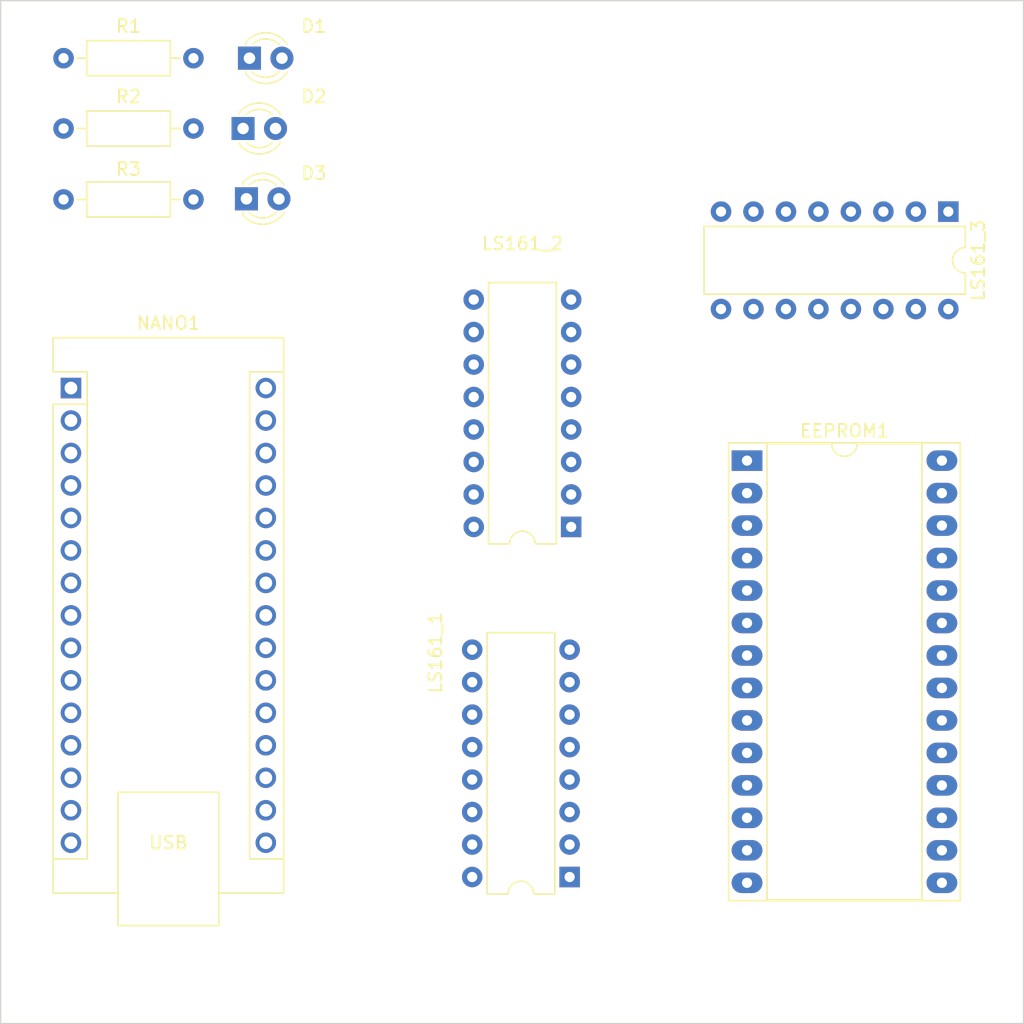
<source format=kicad_pcb>
(kicad_pcb (version 20240108) (generator "pcbnew") (generator_version "8.0")
  (layers (0 "F.Cu" signal) (31 "B.Cu" signal) (34 "B.Paste" user) (35 "F.Paste" user) (36 "B.SilkS" user "B.Silkscreen") (37 "F.SilkS" user "F.Silkscreen") (38 "B.Mask" user) (39 "F.Mask" user) (44 "Edge.Cuts" user))
  (net 0 "")
  (net 1 "VCC")
  (net 2 "Net-(D1-K)")
  (net 3 "Net-(D2-K)")
  (net 4 "Net-(D2-A)")
  (net 5 "Net-(D3-K)")
  (net 6 "Net-(D3-A)")
  (net 7 "Net-(EEPROM1-A12)")
  (net 8 "/D6")
  (net 9 "/D1")
  (net 10 "/D4")
  (net 11 "Net-(EEPROM1-A11)")
  (net 12 "/D0")
  (net 13 "/D5")
  (net 14 "/D3")
  (net 15 "/D2")
  (net 16 "Net-(EEPROM1-A6)")
  (net 17 "Net-(EEPROM1-~{WE})")
  (net 18 "Net-(EEPROM1-A1)")
  (net 19 "Net-(EEPROM1-A8)")
  (net 20 "GND")
  (net 21 "Net-(EEPROM1-A9)")
  (net 22 "Net-(EEPROM1-A2)")
  (net 23 "Net-(EEPROM1-~{CS})")
  (net 24 "Net-(EEPROM1-A3)")
  (net 25 "Net-(EEPROM1-A4)")
  (net 26 "Net-(EEPROM1-A0)")
  (net 27 "Net-(EEPROM1-A10)")
  (net 28 "/D7")
  (net 29 "Net-(EEPROM1-A5)")
  (net 30 "Net-(EEPROM1-~{OE})")
  (net 31 "Net-(EEPROM1-A7)")
  (net 32 "Net-(LS161_1-~{MR})")
  (net 33 "Net-(LS161_1-TC)")
  (net 34 "Net-(LS161_1-CP)")
  (net 35 "Net-(LS161_2-TC)")
  (footprint "Resistor_THT:R_Axial_DIN0207_L6.3mm_D2.5mm_P10.16mm_Horizontal" (layer "F.Cu") (at 112.42 51.55)
    (property "Reference" "R3" (at 5.08 -2.37 0) (layer "F.SilkS"))
    (property "Value" "330")
    (fp_line (start 1.04 0) (end 1.81 0) (stroke (width 0.12)) (layer "F.SilkS"))
    (fp_line (start 1.81 -1.37) (end 1.81 1.37) (stroke (width 0.12)) (layer "F.SilkS"))
    (fp_line (start 1.81 1.37) (end 8.35 1.37) (stroke (width 0.12)) (layer "F.SilkS"))
    (fp_line (start 8.35 -1.37) (end 1.81 -1.37) (stroke (width 0.12)) (layer "F.SilkS"))
    (fp_line (start 8.35 1.37) (end 8.35 -1.37) (stroke (width 0.12)) (layer "F.SilkS"))
    (fp_line (start 9.12 0) (end 8.35 0) (stroke (width 0.12)) (layer "F.SilkS"))
    (pad "1" thru_hole circle (at 0 0) (size 1.6 1.6) (drill 0.8) (layers "*.Cu" "*.Mask") (net 20 "GND"))
    (pad "2" thru_hole oval (at 10.16 0) (size 1.6 1.6) (drill 0.8) (layers "*.Cu" "*.Mask") (net 5 "Net-(D3-K)"))
  )
  (footprint "Resistor_THT:R_Axial_DIN0207_L6.3mm_D2.5mm_P10.16mm_Horizontal" (layer "F.Cu") (at 112.42 40.5)
    (property "Reference" "R1" (at 5.08 -2.5 0) (layer "F.SilkS"))
    (property "Value" "180")
    (fp_line (start 1.04 0) (end 1.81 0) (stroke (width 0.12)) (layer "F.SilkS"))
    (fp_line (start 1.81 -1.37) (end 1.81 1.37) (stroke (width 0.12)) (layer "F.SilkS"))
    (fp_line (start 1.81 1.37) (end 8.35 1.37) (stroke (width 0.12)) (layer "F.SilkS"))
    (fp_line (start 8.35 -1.37) (end 1.81 -1.37) (stroke (width 0.12)) (layer "F.SilkS"))
    (fp_line (start 8.35 1.37) (end 8.35 -1.37) (stroke (width 0.12)) (layer "F.SilkS"))
    (fp_line (start 9.12 0) (end 8.35 0) (stroke (width 0.12)) (layer "F.SilkS"))
    (pad "1" thru_hole circle (at 0 0) (size 1.6 1.6) (drill 0.8) (layers "*.Cu" "*.Mask") (net 20 "GND"))
    (pad "2" thru_hole oval (at 10.16 0) (size 1.6 1.6) (drill 0.8) (layers "*.Cu" "*.Mask") (net 2 "Net-(D1-K)"))
  )
  (footprint "Package_DIP:DIP-16_W7.62mm" (layer "F.Cu") (at 152.12 77.16 180)
    (property "Reference" "LS161_2" (at 3.81 22.16 0) (layer "F.SilkS"))
    (property "Value" "74LS161")
    (fp_line (start 6.46 19.11) (end 6.46 -1.33) (stroke (width 0.12)) (layer "F.SilkS"))
    (fp_line (start 6.46 -1.33) (end 4.81 -1.33) (stroke (width 0.12)) (layer "F.SilkS"))
    (fp_line (start 2.81 -1.33) (end 1.16 -1.33) (stroke (width 0.12)) (layer "F.SilkS"))
    (fp_line (start 1.16 19.11) (end 6.46 19.11) (stroke (width 0.12)) (layer "F.SilkS"))
    (fp_line (start 1.16 -1.33) (end 1.16 19.11) (stroke (width 0.12)) (layer "F.SilkS"))
    (fp_arc (start 4.81 -1.33) (mid 3.81 -0.33) (end 2.81 -1.33) (stroke (width 0.12)) (layer "F.SilkS"))
    (pad "1" thru_hole rect (at 0 0 180) (size 1.6 1.6) (drill 0.8) (layers "*.Cu" "*.Mask") (net 32 "Net-(LS161_1-~{MR})"))
    (pad "2" thru_hole oval (at 0 2.54 180) (size 1.6 1.6) (drill 0.8) (layers "*.Cu" "*.Mask") (net 34 "Net-(LS161_1-CP)"))
    (pad "3" thru_hole oval (at 0 5.08 180) (size 1.6 1.6) (drill 0.8) (layers "*.Cu" "*.Mask") (net 20 "GND"))
    (pad "4" thru_hole oval (at 0 7.62 180) (size 1.6 1.6) (drill 0.8) (layers "*.Cu" "*.Mask") (net 20 "GND"))
    (pad "5" thru_hole oval (at 0 10.16 180) (size 1.6 1.6) (drill 0.8) (layers "*.Cu" "*.Mask") (net 20 "GND"))
    (pad "6" thru_hole oval (at 0 12.7 180) (size 1.6 1.6) (drill 0.8) (layers "*.Cu" "*.Mask") (net 20 "GND"))
    (pad "7" thru_hole oval (at 0 15.24 180) (size 1.6 1.6) (drill 0.8) (layers "*.Cu" "*.Mask") (net 1 "VCC"))
    (pad "8" thru_hole oval (at 0 17.78 180) (size 1.6 1.6) (drill 0.8) (layers "*.Cu" "*.Mask") (net 20 "GND"))
    (pad "9" thru_hole oval (at 7.62 17.78 180) (size 1.6 1.6) (drill 0.8) (layers "*.Cu" "*.Mask") (net 1 "VCC"))
    (pad "10" thru_hole oval (at 7.62 15.24 180) (size 1.6 1.6) (drill 0.8) (layers "*.Cu" "*.Mask") (net 33 "Net-(LS161_1-TC)"))
    (pad "11" thru_hole oval (at 7.62 12.7 180) (size 1.6 1.6) (drill 0.8) (layers "*.Cu" "*.Mask") (net 31 "Net-(EEPROM1-A7)"))
    (pad "12" thru_hole oval (at 7.62 10.16 180) (size 1.6 1.6) (drill 0.8) (layers "*.Cu" "*.Mask") (net 16 "Net-(EEPROM1-A6)"))
    (pad "13" thru_hole oval (at 7.62 7.62 180) (size 1.6 1.6) (drill 0.8) (layers "*.Cu" "*.Mask") (net 29 "Net-(EEPROM1-A5)"))
    (pad "14" thru_hole oval (at 7.62 5.08 180) (size 1.6 1.6) (drill 0.8) (layers "*.Cu" "*.Mask") (net 25 "Net-(EEPROM1-A4)"))
    (pad "15" thru_hole oval (at 7.62 2.54 180) (size 1.6 1.6) (drill 0.8) (layers "*.Cu" "*.Mask") (net 35 "Net-(LS161_2-TC)"))
    (pad "16" thru_hole oval (at 7.62 0 180) (size 1.6 1.6) (drill 0.8) (layers "*.Cu" "*.Mask") (net 1 "VCC"))
  )
  (footprint "LED_THT:LED_D3.0mm" (layer "F.Cu") (at 126.96 40.5)
    (property "Reference" "D1" (at 5.04 -2.5 0) (layer "F.SilkS"))
    (property "Value" "PWR")
    (fp_line (start -0.29 -1.236) (end -0.29 -1.08) (stroke (width 0.12)) (layer "F.SilkS"))
    (fp_line (start -0.29 1.08) (end -0.29 1.236) (stroke (width 0.12)) (layer "F.SilkS"))
    (fp_arc (start -0.29 -1.235516) (mid 1.366487 -1.987659) (end 2.942335 -1.078608) (stroke (width 0.12)) (layer "F.SilkS"))
    (fp_arc (start 0.229039 -1.08) (mid 1.270117 -1.5) (end 2.31113 -1.079837) (stroke (width 0.12)) (layer "F.SilkS"))
    (fp_arc (start 2.31113 1.079837) (mid 1.270117 1.5) (end 0.229039 1.08) (stroke (width 0.12)) (layer "F.SilkS"))
    (fp_arc (start 2.942335 1.078608) (mid 1.366487 1.987659) (end -0.29 1.235516) (stroke (width 0.12)) (layer "F.SilkS"))
    (pad "1" thru_hole rect (at 0 0) (size 1.8 1.8) (drill 0.9) (layers "*.Cu" "*.Mask") (net 2 "Net-(D1-K)"))
    (pad "2" thru_hole circle (at 2.54 0) (size 1.8 1.8) (drill 0.9) (layers "*.Cu" "*.Mask") (net 1 "VCC"))
  )
  (footprint "Package_DIP:DIP-28_W15.24mm_Socket_LongPads" (layer "F.Cu") (at 165.875 71.975)
    (property "Reference" "EEPROM1" (at 7.62 -2.33 0) (layer "F.SilkS"))
    (property "Value" "28C64")
    (fp_line (start -1.44 -1.39) (end -1.44 34.41) (stroke (width 0.12)) (layer "F.SilkS"))
    (fp_line (start -1.44 34.41) (end 16.68 34.41) (stroke (width 0.12)) (layer "F.SilkS"))
    (fp_line (start 1.56 -1.33) (end 1.56 34.35) (stroke (width 0.12)) (layer "F.SilkS"))
    (fp_line (start 1.56 34.35) (end 13.68 34.35) (stroke (width 0.12)) (layer "F.SilkS"))
    (fp_line (start 6.62 -1.33) (end 1.56 -1.33) (stroke (width 0.12)) (layer "F.SilkS"))
    (fp_line (start 13.68 -1.33) (end 8.62 -1.33) (stroke (width 0.12)) (layer "F.SilkS"))
    (fp_line (start 13.68 34.35) (end 13.68 -1.33) (stroke (width 0.12)) (layer "F.SilkS"))
    (fp_line (start 16.68 -1.39) (end -1.44 -1.39) (stroke (width 0.12)) (layer "F.SilkS"))
    (fp_line (start 16.68 34.41) (end 16.68 -1.39) (stroke (width 0.12)) (layer "F.SilkS"))
    (fp_arc (start 8.62 -1.33) (mid 7.62 -0.33) (end 6.62 -1.33) (stroke (width 0.12)) (layer "F.SilkS"))
    (pad "1" thru_hole rect (at 0 0) (size 2.4 1.6) (drill 0.8) (layers "*.Cu" "*.Mask"))
    (pad "2" thru_hole oval (at 0 2.54) (size 2.4 1.6) (drill 0.8) (layers "*.Cu" "*.Mask") (net 7 "Net-(EEPROM1-A12)"))
    (pad "3" thru_hole oval (at 0 5.08) (size 2.4 1.6) (drill 0.8) (layers "*.Cu" "*.Mask") (net 31 "Net-(EEPROM1-A7)"))
    (pad "4" thru_hole oval (at 0 7.62) (size 2.4 1.6) (drill 0.8) (layers "*.Cu" "*.Mask") (net 16 "Net-(EEPROM1-A6)"))
    (pad "5" thru_hole oval (at 0 10.16) (size 2.4 1.6) (drill 0.8) (layers "*.Cu" "*.Mask") (net 29 "Net-(EEPROM1-A5)"))
    (pad "6" thru_hole oval (at 0 12.7) (size 2.4 1.6) (drill 0.8) (layers "*.Cu" "*.Mask") (net 25 "Net-(EEPROM1-A4)"))
    (pad "7" thru_hole oval (at 0 15.24) (size 2.4 1.6) (drill 0.8) (layers "*.Cu" "*.Mask") (net 24 "Net-(EEPROM1-A3)"))
    (pad "8" thru_hole oval (at 0 17.78) (size 2.4 1.6) (drill 0.8) (layers "*.Cu" "*.Mask") (net 22 "Net-(EEPROM1-A2)"))
    (pad "9" thru_hole oval (at 0 20.32) (size 2.4 1.6) (drill 0.8) (layers "*.Cu" "*.Mask") (net 18 "Net-(EEPROM1-A1)"))
    (pad "10" thru_hole oval (at 0 22.86) (size 2.4 1.6) (drill 0.8) (layers "*.Cu" "*.Mask") (net 26 "Net-(EEPROM1-A0)"))
    (pad "11" thru_hole oval (at 0 25.4) (size 2.4 1.6) (drill 0.8) (layers "*.Cu" "*.Mask") (net 12 "/D0"))
    (pad "12" thru_hole oval (at 0 27.94) (size 2.4 1.6) (drill 0.8) (layers "*.Cu" "*.Mask") (net 9 "/D1"))
    (pad "13" thru_hole oval (at 0 30.48) (size 2.4 1.6) (drill 0.8) (layers "*.Cu" "*.Mask") (net 15 "/D2"))
    (pad "14" thru_hole oval (at 0 33.02) (size 2.4 1.6) (drill 0.8) (layers "*.Cu" "*.Mask") (net 20 "GND"))
    (pad "15" thru_hole oval (at 15.24 33.02) (size 2.4 1.6) (drill 0.8) (layers "*.Cu" "*.Mask") (net 14 "/D3"))
    (pad "16" thru_hole oval (at 15.24 30.48) (size 2.4 1.6) (drill 0.8) (layers "*.Cu" "*.Mask") (net 10 "/D4"))
    (pad "17" thru_hole oval (at 15.24 27.94) (size 2.4 1.6) (drill 0.8) (layers "*.Cu" "*.Mask") (net 13 "/D5"))
    (pad "18" thru_hole oval (at 15.24 25.4) (size 2.4 1.6) (drill 0.8) (layers "*.Cu" "*.Mask") (net 8 "/D6"))
    (pad "19" thru_hole oval (at 15.24 22.86) (size 2.4 1.6) (drill 0.8) (layers "*.Cu" "*.Mask") (net 28 "/D7"))
    (pad "20" thru_hole oval (at 15.24 20.32) (size 2.4 1.6) (drill 0.8) (layers "*.Cu" "*.Mask") (net 23 "Net-(EEPROM1-~{CS})"))
    (pad "21" thru_hole oval (at 15.24 17.78) (size 2.4 1.6) (drill 0.8) (layers "*.Cu" "*.Mask") (net 27 "Net-(EEPROM1-A10)"))
    (pad "22" thru_hole oval (at 15.24 15.24) (size 2.4 1.6) (drill 0.8) (layers "*.Cu" "*.Mask") (net 30 "Net-(EEPROM1-~{OE})"))
    (pad "23" thru_hole oval (at 15.24 12.7) (size 2.4 1.6) (drill 0.8) (layers "*.Cu" "*.Mask") (net 11 "Net-(EEPROM1-A11)"))
    (pad "24" thru_hole oval (at 15.24 10.16) (size 2.4 1.6) (drill 0.8) (layers "*.Cu" "*.Mask") (net 21 "Net-(EEPROM1-A9)"))
    (pad "25" thru_hole oval (at 15.24 7.62) (size 2.4 1.6) (drill 0.8) (layers "*.Cu" "*.Mask") (net 19 "Net-(EEPROM1-A8)"))
    (pad "26" thru_hole oval (at 15.24 5.08) (size 2.4 1.6) (drill 0.8) (layers "*.Cu" "*.Mask"))
    (pad "27" thru_hole oval (at 15.24 2.54) (size 2.4 1.6) (drill 0.8) (layers "*.Cu" "*.Mask") (net 17 "Net-(EEPROM1-~{WE})"))
    (pad "28" thru_hole oval (at 15.24 0) (size 2.4 1.6) (drill 0.8) (layers "*.Cu" "*.Mask") (net 1 "VCC"))
  )
  (footprint "Package_DIP:DIP-16_W7.62mm" (layer "F.Cu") (at 181.62 52.5 -90)
    (property "Reference" "LS161_3" (at 3.81 -2.33 90) (layer "F.SilkS"))
    (property "Value" "74LS161")
    (fp_line (start 1.16 19.11) (end 6.46 19.11) (stroke (width 0.12)) (layer "F.SilkS"))
    (fp_line (start 6.46 19.11) (end 6.46 -1.33) (stroke (width 0.12)) (layer "F.SilkS"))
    (fp_line (start 1.16 -1.33) (end 1.16 19.11) (stroke (width 0.12)) (layer "F.SilkS"))
    (fp_line (start 2.81 -1.33) (end 1.16 -1.33) (stroke (width 0.12)) (layer "F.SilkS"))
    (fp_line (start 6.46 -1.33) (end 4.81 -1.33) (stroke (width 0.12)) (layer "F.SilkS"))
    (fp_arc (start 4.81 -1.33) (mid 3.81 -0.33) (end 2.81 -1.33) (stroke (width 0.12)) (layer "F.SilkS"))
    (pad "1" thru_hole rect (at 0 0 270) (size 1.6 1.6) (drill 0.8) (layers "*.Cu" "*.Mask") (net 32 "Net-(LS161_1-~{MR})"))
    (pad "2" thru_hole oval (at 0 2.54 270) (size 1.6 1.6) (drill 0.8) (layers "*.Cu" "*.Mask") (net 34 "Net-(LS161_1-CP)"))
    (pad "3" thru_hole oval (at 0 5.08 270) (size 1.6 1.6) (drill 0.8) (layers "*.Cu" "*.Mask") (net 20 "GND"))
    (pad "4" thru_hole oval (at 0 7.62 270) (size 1.6 1.6) (drill 0.8) (layers "*.Cu" "*.Mask") (net 20 "GND"))
    (pad "5" thru_hole oval (at 0 10.16 270) (size 1.6 1.6) (drill 0.8) (layers "*.Cu" "*.Mask") (net 20 "GND"))
    (pad "6" thru_hole oval (at 0 12.7 270) (size 1.6 1.6) (drill 0.8) (layers "*.Cu" "*.Mask") (net 20 "GND"))
    (pad "7" thru_hole oval (at 0 15.24 270) (size 1.6 1.6) (drill 0.8) (layers "*.Cu" "*.Mask") (net 1 "VCC"))
    (pad "8" thru_hole oval (at 0 17.78 270) (size 1.6 1.6) (drill 0.8) (layers "*.Cu" "*.Mask") (net 20 "GND"))
    (pad "9" thru_hole oval (at 7.62 17.78 270) (size 1.6 1.6) (drill 0.8) (layers "*.Cu" "*.Mask") (net 1 "VCC"))
    (pad "10" thru_hole oval (at 7.62 15.24 270) (size 1.6 1.6) (drill 0.8) (layers "*.Cu" "*.Mask") (net 35 "Net-(LS161_2-TC)"))
    (pad "11" thru_hole oval (at 7.62 12.7 270) (size 1.6 1.6) (drill 0.8) (layers "*.Cu" "*.Mask") (net 11 "Net-(EEPROM1-A11)"))
    (pad "12" thru_hole oval (at 7.62 10.16 270) (size 1.6 1.6) (drill 0.8) (layers "*.Cu" "*.Mask") (net 27 "Net-(EEPROM1-A10)"))
    (pad "13" thru_hole oval (at 7.62 7.62 270) (size 1.6 1.6) (drill 0.8) (layers "*.Cu" "*.Mask") (net 21 "Net-(EEPROM1-A9)"))
    (pad "14" thru_hole oval (at 7.62 5.08 270) (size 1.6 1.6) (drill 0.8) (layers "*.Cu" "*.Mask") (net 19 "Net-(EEPROM1-A8)"))
    (pad "15" thru_hole oval (at 7.62 2.54 270) (size 1.6 1.6) (drill 0.8) (layers "*.Cu" "*.Mask"))
    (pad "16" thru_hole oval (at 7.62 0 270) (size 1.6 1.6) (drill 0.8) (layers "*.Cu" "*.Mask") (net 1 "VCC"))
  )
  (footprint "Resistor_THT:R_Axial_DIN0207_L6.3mm_D2.5mm_P10.16mm_Horizontal" (layer "F.Cu") (at 112.42 46)
    (property "Reference" "R2" (at 5.08 -2.5 0) (layer "F.SilkS"))
    (property "Value" "220")
    (fp_line (start 1.04 0) (end 1.81 0) (stroke (width 0.12)) (layer "F.SilkS"))
    (fp_line (start 1.81 -1.37) (end 1.81 1.37) (stroke (width 0.12)) (layer "F.SilkS"))
    (fp_line (start 1.81 1.37) (end 8.35 1.37) (stroke (width 0.12)) (layer "F.SilkS"))
    (fp_line (start 8.35 -1.37) (end 1.81 -1.37) (stroke (width 0.12)) (layer "F.SilkS"))
    (fp_line (start 8.35 1.37) (end 8.35 -1.37) (stroke (width 0.12)) (layer "F.SilkS"))
    (fp_line (start 9.12 0) (end 8.35 0) (stroke (width 0.12)) (layer "F.SilkS"))
    (pad "1" thru_hole circle (at 0 0) (size 1.6 1.6) (drill 0.8) (layers "*.Cu" "*.Mask") (net 20 "GND"))
    (pad "2" thru_hole oval (at 10.16 0) (size 1.6 1.6) (drill 0.8) (layers "*.Cu" "*.Mask") (net 3 "Net-(D2-K)"))
  )
  (footprint "Module:Arduino_Nano" (layer "F.Cu") (at 113 66.3)
    (property "Reference" "NANO1" (at 7.62 -5.08 0) (layer "F.SilkS"))
    (property "Value" "Arduino_Nano_v3.x")
    (fp_line (start -1.4 -3.94) (end -1.4 -1.27) (stroke (width 0.12)) (layer "F.SilkS"))
    (fp_line (start -1.4 1.27) (end -1.4 39.5) (stroke (width 0.12)) (layer "F.SilkS"))
    (fp_line (start -1.4 39.5) (end 3.68 39.5) (stroke (width 0.12)) (layer "F.SilkS"))
    (fp_line (start 1.27 -1.27) (end -1.4 -1.27) (stroke (width 0.12)) (layer "F.SilkS"))
    (fp_line (start 1.27 1.27) (end -1.4 1.27) (stroke (width 0.12)) (layer "F.SilkS"))
    (fp_line (start 1.27 1.27) (end 1.27 -1.27) (stroke (width 0.12)) (layer "F.SilkS"))
    (fp_line (start 1.27 1.27) (end 1.27 36.83) (stroke (width 0.12)) (layer "F.SilkS"))
    (fp_line (start 1.27 36.83) (end -1.4 36.83) (stroke (width 0.12)) (layer "F.SilkS"))
    (fp_line (start 3.68 31.62) (end 11.56 31.62) (stroke (width 0.12)) (layer "F.SilkS"))
    (fp_line (start 3.68 42.04) (end 3.68 31.62) (stroke (width 0.12)) (layer "F.SilkS"))
    (fp_line (start 11.56 31.62) (end 11.56 42.04) (stroke (width 0.12)) (layer "F.SilkS"))
    (fp_line (start 11.56 42.04) (end 3.68 42.04) (stroke (width 0.12)) (layer "F.SilkS"))
    (fp_line (start 13.97 -1.27) (end 13.97 36.83) (stroke (width 0.12)) (layer "F.SilkS"))
    (fp_line (start 13.97 -1.27) (end 16.64 -1.27) (stroke (width 0.12)) (layer "F.SilkS"))
    (fp_line (start 13.97 36.83) (end 16.64 36.83) (stroke (width 0.12)) (layer "F.SilkS"))
    (fp_line (start 16.64 -3.94) (end -1.4 -3.94) (stroke (width 0.12)) (layer "F.SilkS"))
    (fp_line (start 16.64 39.5) (end 11.56 39.5) (stroke (width 0.12)) (layer "F.SilkS"))
    (fp_line (start 16.64 39.5) (end 16.64 -3.94) (stroke (width 0.12)) (layer "F.SilkS"))
    (fp_text user "USB" (at 7.62 35.56 0) (layer "F.SilkS"))
    (pad "1" thru_hole rect (at 0 0) (size 1.6 1.6) (drill 1) (layers "*.Cu" "*.Mask"))
    (pad "2" thru_hole oval (at 0 2.54) (size 1.6 1.6) (drill 1) (layers "*.Cu" "*.Mask"))
    (pad "3" thru_hole oval (at 0 5.08) (size 1.6 1.6) (drill 1) (layers "*.Cu" "*.Mask"))
    (pad "4" thru_hole oval (at 0 7.62) (size 1.6 1.6) (drill 1) (layers "*.Cu" "*.Mask") (net 20 "GND"))
    (pad "5" thru_hole oval (at 0 10.16) (size 1.6 1.6) (drill 1) (layers "*.Cu" "*.Mask") (net 6 "Net-(D3-A)"))
    (pad "6" thru_hole oval (at 0 12.7) (size 1.6 1.6) (drill 1) (layers "*.Cu" "*.Mask") (net 34 "Net-(LS161_1-CP)"))
    (pad "7" thru_hole oval (at 0 15.24) (size 1.6 1.6) (drill 1) (layers "*.Cu" "*.Mask") (net 32 "Net-(LS161_1-~{MR})"))
    (pad "8" thru_hole oval (at 0 17.78) (size 1.6 1.6) (drill 1) (layers "*.Cu" "*.Mask") (net 23 "Net-(EEPROM1-~{CS})"))
    (pad "9" thru_hole oval (at 0 20.32) (size 1.6 1.6) (drill 1) (layers "*.Cu" "*.Mask") (net 30 "Net-(EEPROM1-~{OE})"))
    (pad "10" thru_hole oval (at 0 22.86) (size 1.6 1.6) (drill 1) (layers "*.Cu" "*.Mask") (net 17 "Net-(EEPROM1-~{WE})"))
    (pad "11" thru_hole oval (at 0 25.4) (size 1.6 1.6) (drill 1) (layers "*.Cu" "*.Mask") (net 7 "Net-(EEPROM1-A12)"))
    (pad "12" thru_hole oval (at 0 27.94) (size 1.6 1.6) (drill 1) (layers "*.Cu" "*.Mask") (net 12 "/D0"))
    (pad "13" thru_hole oval (at 0 30.48) (size 1.6 1.6) (drill 1) (layers "*.Cu" "*.Mask") (net 9 "/D1"))
    (pad "14" thru_hole oval (at 0 33.02) (size 1.6 1.6) (drill 1) (layers "*.Cu" "*.Mask") (net 15 "/D2"))
    (pad "15" thru_hole oval (at 0 35.56) (size 1.6 1.6) (drill 1) (layers "*.Cu" "*.Mask") (net 14 "/D3"))
    (pad "16" thru_hole oval (at 15.24 35.56) (size 1.6 1.6) (drill 1) (layers "*.Cu" "*.Mask") (net 4 "Net-(D2-A)"))
    (pad "17" thru_hole oval (at 15.24 33.02) (size 1.6 1.6) (drill 1) (layers "*.Cu" "*.Mask"))
    (pad "18" thru_hole oval (at 15.24 30.48) (size 1.6 1.6) (drill 1) (layers "*.Cu" "*.Mask"))
    (pad "19" thru_hole oval (at 15.24 27.94) (size 1.6 1.6) (drill 1) (layers "*.Cu" "*.Mask"))
    (pad "20" thru_hole oval (at 15.24 25.4) (size 1.6 1.6) (drill 1) (layers "*.Cu" "*.Mask") (net 10 "/D4"))
    (pad "21" thru_hole oval (at 15.24 22.86) (size 1.6 1.6) (drill 1) (layers "*.Cu" "*.Mask") (net 13 "/D5"))
    (pad "22" thru_hole oval (at 15.24 20.32) (size 1.6 1.6) (drill 1) (layers "*.Cu" "*.Mask") (net 8 "/D6"))
    (pad "23" thru_hole oval (at 15.24 17.78) (size 1.6 1.6) (drill 1) (layers "*.Cu" "*.Mask") (net 28 "/D7"))
    (pad "24" thru_hole oval (at 15.24 15.24) (size 1.6 1.6) (drill 1) (layers "*.Cu" "*.Mask"))
    (pad "25" thru_hole oval (at 15.24 12.7) (size 1.6 1.6) (drill 1) (layers "*.Cu" "*.Mask"))
    (pad "26" thru_hole oval (at 15.24 10.16) (size 1.6 1.6) (drill 1) (layers "*.Cu" "*.Mask"))
    (pad "27" thru_hole oval (at 15.24 7.62) (size 1.6 1.6) (drill 1) (layers "*.Cu" "*.Mask") (net 1 "VCC"))
    (pad "28" thru_hole oval (at 15.24 5.08) (size 1.6 1.6) (drill 1) (layers "*.Cu" "*.Mask"))
    (pad "29" thru_hole oval (at 15.24 2.54) (size 1.6 1.6) (drill 1) (layers "*.Cu" "*.Mask"))
    (pad "30" thru_hole oval (at 15.24 0) (size 1.6 1.6) (drill 1) (layers "*.Cu" "*.Mask"))
  )
  (footprint "Package_DIP:DIP-16_W7.62mm" (layer "F.Cu") (at 152 104.54 180)
    (property "Reference" "LS161_1" (at 10.5 17.54 90) (layer "F.SilkS"))
    (property "Value" "74LS161")
    (fp_line (start 6.46 19.11) (end 6.46 -1.33) (stroke (width 0.12)) (layer "F.SilkS"))
    (fp_line (start 6.46 -1.33) (end 4.81 -1.33) (stroke (width 0.12)) (layer "F.SilkS"))
    (fp_line (start 2.81 -1.33) (end 1.16 -1.33) (stroke (width 0.12)) (layer "F.SilkS"))
    (fp_line (start 1.16 19.11) (end 6.46 19.11) (stroke (width 0.12)) (layer "F.SilkS"))
    (fp_line (start 1.16 -1.33) (end 1.16 19.11) (stroke (width 0.12)) (layer "F.SilkS"))
    (fp_arc (start 4.81 -1.33) (mid 3.81 -0.33) (end 2.81 -1.33) (stroke (width 0.12)) (layer "F.SilkS"))
    (pad "1" thru_hole rect (at 0 0 180) (size 1.6 1.6) (drill 0.8) (layers "*.Cu" "*.Mask") (net 32 "Net-(LS161_1-~{MR})"))
    (pad "2" thru_hole oval (at 0 2.54 180) (size 1.6 1.6) (drill 0.8) (layers "*.Cu" "*.Mask") (net 34 "Net-(LS161_1-CP)"))
    (pad "3" thru_hole oval (at 0 5.08 180) (size 1.6 1.6) (drill 0.8) (layers "*.Cu" "*.Mask") (net 20 "GND"))
    (pad "4" thru_hole oval (at 0 7.62 180) (size 1.6 1.6) (drill 0.8) (layers "*.Cu" "*.Mask") (net 20 "GND"))
    (pad "5" thru_hole oval (at 0 10.16 180) (size 1.6 1.6) (drill 0.8) (layers "*.Cu" "*.Mask") (net 20 "GND"))
    (pad "6" thru_hole oval (at 0 12.7 180) (size 1.6 1.6) (drill 0.8) (layers "*.Cu" "*.Mask") (net 20 "GND"))
    (pad "7" thru_hole oval (at 0 15.24 180) (size 1.6 1.6) (drill 0.8) (layers "*.Cu" "*.Mask") (net 1 "VCC"))
    (pad "8" thru_hole oval (at 0 17.78 180) (size 1.6 1.6) (drill 0.8) (layers "*.Cu" "*.Mask") (net 20 "GND"))
    (pad "9" thru_hole oval (at 7.62 17.78 180) (size 1.6 1.6) (drill 0.8) (layers "*.Cu" "*.Mask") (net 1 "VCC"))
    (pad "10" thru_hole oval (at 7.62 15.24 180) (size 1.6 1.6) (drill 0.8) (layers "*.Cu" "*.Mask") (net 1 "VCC"))
    (pad "11" thru_hole oval (at 7.62 12.7 180) (size 1.6 1.6) (drill 0.8) (layers "*.Cu" "*.Mask") (net 24 "Net-(EEPROM1-A3)"))
    (pad "12" thru_hole oval (at 7.62 10.16 180) (size 1.6 1.6) (drill 0.8) (layers "*.Cu" "*.Mask") (net 22 "Net-(EEPROM1-A2)"))
    (pad "13" thru_hole oval (at 7.62 7.62 180) (size 1.6 1.6) (drill 0.8) (layers "*.Cu" "*.Mask") (net 18 "Net-(EEPROM1-A1)"))
    (pad "14" thru_hole oval (at 7.62 5.08 180) (size 1.6 1.6) (drill 0.8) (layers "*.Cu" "*.Mask") (net 26 "Net-(EEPROM1-A0)"))
    (pad "15" thru_hole oval (at 7.62 2.54 180) (size 1.6 1.6) (drill 0.8) (layers "*.Cu" "*.Mask") (net 33 "Net-(LS161_1-TC)"))
    (pad "16" thru_hole oval (at 7.62 0 180) (size 1.6 1.6) (drill 0.8) (layers "*.Cu" "*.Mask") (net 1 "VCC"))
  )
  (footprint "LED_THT:LED_D3.0mm" (layer "F.Cu") (at 126.46 46)
    (property "Reference" "D2" (at 5.54 -2.5 0) (layer "F.SilkS"))
    (property "Value" "OK")
    (fp_line (start -0.29 -1.236) (end -0.29 -1.08) (stroke (width 0.12)) (layer "F.SilkS"))
    (fp_line (start -0.29 1.08) (end -0.29 1.236) (stroke (width 0.12)) (layer "F.SilkS"))
    (fp_arc (start -0.29 -1.235516) (mid 1.366487 -1.987659) (end 2.942335 -1.078608) (stroke (width 0.12)) (layer "F.SilkS"))
    (fp_arc (start 0.229039 -1.08) (mid 1.270117 -1.5) (end 2.31113 -1.079837) (stroke (width 0.12)) (layer "F.SilkS"))
    (fp_arc (start 2.31113 1.079837) (mid 1.270117 1.5) (end 0.229039 1.08) (stroke (width 0.12)) (layer "F.SilkS"))
    (fp_arc (start 2.942335 1.078608) (mid 1.366487 1.987659) (end -0.29 1.235516) (stroke (width 0.12)) (layer "F.SilkS"))
    (pad "1" thru_hole rect (at 0 0) (size 1.8 1.8) (drill 0.9) (layers "*.Cu" "*.Mask") (net 3 "Net-(D2-K)"))
    (pad "2" thru_hole circle (at 2.54 0) (size 1.8 1.8) (drill 0.9) (layers "*.Cu" "*.Mask") (net 4 "Net-(D2-A)"))
  )
  (footprint "LED_THT:LED_D3.0mm" (layer "F.Cu") (at 126.725 51.5)
    (property "Reference" "D3" (at 5.275 -2 0) (layer "F.SilkS"))
    (property "Value" "ERROR")
    (fp_line (start -0.29 -1.236) (end -0.29 -1.08) (stroke (width 0.12)) (layer "F.SilkS"))
    (fp_line (start -0.29 1.08) (end -0.29 1.236) (stroke (width 0.12)) (layer "F.SilkS"))
    (fp_arc (start -0.29 -1.235516) (mid 1.366487 -1.987659) (end 2.942335 -1.078608) (stroke (width 0.12)) (layer "F.SilkS"))
    (fp_arc (start 0.229039 -1.08) (mid 1.270117 -1.5) (end 2.31113 -1.079837) (stroke (width 0.12)) (layer "F.SilkS"))
    (fp_arc (start 2.31113 1.079837) (mid 1.270117 1.5) (end 0.229039 1.08) (stroke (width 0.12)) (layer "F.SilkS"))
    (fp_arc (start 2.942335 1.078608) (mid 1.366487 1.987659) (end -0.29 1.235516) (stroke (width 0.12)) (layer "F.SilkS"))
    (pad "1" thru_hole rect (at 0 0) (size 1.8 1.8) (drill 0.9) (layers "*.Cu" "*.Mask") (net 5 "Net-(D3-K)"))
    (pad "2" thru_hole circle (at 2.54 0) (size 1.8 1.8) (drill 0.9) (layers "*.Cu" "*.Mask") (net 6 "Net-(D3-A)"))
  )
  (gr_rect (start 107.5 36) (end 187.5 116) (stroke (width 0.1)) (fill none) (layer "Edge.Cuts"))
)
</source>
